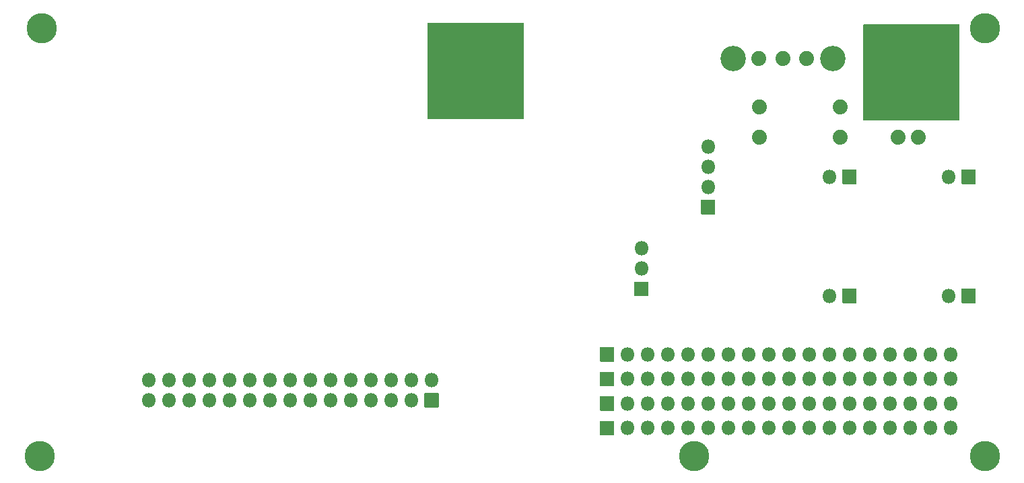
<source format=gbr>
G04 #@! TF.GenerationSoftware,KiCad,Pcbnew,5.99.0-unknown-a61ea1f~89~ubuntu20.04.1*
G04 #@! TF.CreationDate,2020-07-29T14:39:46+09:00*
G04 #@! TF.ProjectId,bGeigieRaku V2,62476569-6769-4655-9261-6b752056322e,rev?*
G04 #@! TF.SameCoordinates,Original*
G04 #@! TF.FileFunction,Soldermask,Bot*
G04 #@! TF.FilePolarity,Negative*
%FSLAX46Y46*%
G04 Gerber Fmt 4.6, Leading zero omitted, Abs format (unit mm)*
G04 Created by KiCad (PCBNEW 5.99.0-unknown-a61ea1f~89~ubuntu20.04.1) date 2020-07-29 14:39:46*
%MOMM*%
%LPD*%
G01*
G04 APERTURE LIST*
%ADD10O,1.802000X1.802000*%
%ADD11C,3.803200*%
%ADD12C,2.845200*%
%ADD13C,1.879600*%
%ADD14C,3.203200*%
G04 APERTURE END LIST*
D10*
X204826000Y-116449000D03*
X202286000Y-116449000D03*
X199746000Y-116449000D03*
X197206000Y-116449000D03*
X194666000Y-116449000D03*
X192126000Y-116449000D03*
X189586000Y-116449000D03*
X187046000Y-116449000D03*
X184506000Y-116449000D03*
X181966000Y-116449000D03*
X179426000Y-116449000D03*
X176886000Y-116449000D03*
X174346000Y-116449000D03*
X171806000Y-116449000D03*
X169266000Y-116449000D03*
X166726000Y-116449000D03*
X164186000Y-116449000D03*
G36*
G01*
X162492940Y-117350000D02*
X160799060Y-117350000D01*
G75*
G02*
X160745000Y-117295940I0J54060D01*
G01*
X160745000Y-115602060D01*
G75*
G02*
X160799060Y-115548000I54060J0D01*
G01*
X162492940Y-115548000D01*
G75*
G02*
X162547000Y-115602060I0J-54060D01*
G01*
X162547000Y-117295940D01*
G75*
G02*
X162492940Y-117350000I-54060J0D01*
G01*
G37*
D11*
X172568000Y-126186000D03*
X90271600Y-126186000D03*
X90525600Y-72338000D03*
X209144000Y-72338000D03*
X209144000Y-126186000D03*
D10*
X189586000Y-105993000D03*
G36*
G01*
X191279060Y-105092000D02*
X192972940Y-105092000D01*
G75*
G02*
X193027000Y-105146060I0J-54060D01*
G01*
X193027000Y-106839940D01*
G75*
G02*
X192972940Y-106894000I-54060J0D01*
G01*
X191279060Y-106894000D01*
G75*
G02*
X191225000Y-106839940I0J54060D01*
G01*
X191225000Y-105146060D01*
G75*
G02*
X191279060Y-105092000I54060J0D01*
G01*
G37*
X204572000Y-105993000D03*
G36*
G01*
X206265060Y-105092000D02*
X207958940Y-105092000D01*
G75*
G02*
X208013000Y-105146060I0J-54060D01*
G01*
X208013000Y-106839940D01*
G75*
G02*
X207958940Y-106894000I-54060J0D01*
G01*
X206265060Y-106894000D01*
G75*
G02*
X206211000Y-106839940I0J54060D01*
G01*
X206211000Y-105146060D01*
G75*
G02*
X206265060Y-105092000I54060J0D01*
G01*
G37*
X204572000Y-91007000D03*
G36*
G01*
X206265060Y-90106000D02*
X207958940Y-90106000D01*
G75*
G02*
X208013000Y-90160060I0J-54060D01*
G01*
X208013000Y-91853940D01*
G75*
G02*
X207958940Y-91908000I-54060J0D01*
G01*
X206265060Y-91908000D01*
G75*
G02*
X206211000Y-91853940I0J54060D01*
G01*
X206211000Y-90160060D01*
G75*
G02*
X206265060Y-90106000I54060J0D01*
G01*
G37*
X189586000Y-91007000D03*
G36*
G01*
X191279060Y-90106000D02*
X192972940Y-90106000D01*
G75*
G02*
X193027000Y-90160060I0J-54060D01*
G01*
X193027000Y-91853940D01*
G75*
G02*
X192972940Y-91908000I-54060J0D01*
G01*
X191279060Y-91908000D01*
G75*
G02*
X191225000Y-91853940I0J54060D01*
G01*
X191225000Y-90160060D01*
G75*
G02*
X191279060Y-90106000I54060J0D01*
G01*
G37*
X104004000Y-116574000D03*
X104004000Y-119114000D03*
X106544000Y-116574000D03*
X106544000Y-119114000D03*
X109084000Y-116574000D03*
X109084000Y-119114000D03*
X111624000Y-116574000D03*
X111624000Y-119114000D03*
X114164000Y-116574000D03*
X114164000Y-119114000D03*
X116704000Y-116574000D03*
X116704000Y-119114000D03*
X119244000Y-116574000D03*
X119244000Y-119114000D03*
X121784000Y-116574000D03*
X121784000Y-119114000D03*
X124324000Y-116574000D03*
X124324000Y-119114000D03*
X126864000Y-116574000D03*
X126864000Y-119114000D03*
X129404000Y-116574000D03*
X129404000Y-119114000D03*
X131944000Y-116574000D03*
X131944000Y-119114000D03*
X134484000Y-116574000D03*
X134484000Y-119114000D03*
X137024000Y-116574000D03*
X137024000Y-119114000D03*
X139564000Y-116574000D03*
G36*
G01*
X140410940Y-120015000D02*
X138717060Y-120015000D01*
G75*
G02*
X138663000Y-119960940I0J54060D01*
G01*
X138663000Y-118267060D01*
G75*
G02*
X138717060Y-118213000I54060J0D01*
G01*
X140410940Y-118213000D01*
G75*
G02*
X140465000Y-118267060I0J-54060D01*
G01*
X140465000Y-119960940D01*
G75*
G02*
X140410940Y-120015000I-54060J0D01*
G01*
G37*
D12*
X196194000Y-75142000D03*
X202942000Y-77682000D03*
X196194000Y-80222000D03*
X148434000Y-80202000D03*
X141686000Y-77662000D03*
X148434000Y-75122000D03*
G36*
G01*
X139063000Y-83661566D02*
X139063000Y-71662434D01*
G75*
G02*
X139114434Y-71611000I51434J0D01*
G01*
X151113566Y-71611000D01*
G75*
G02*
X151165000Y-71662434I0J-51434D01*
G01*
X151165000Y-83661566D01*
G75*
G02*
X151113566Y-83713000I-51434J0D01*
G01*
X139114434Y-83713000D01*
G75*
G02*
X139063000Y-83661566I0J51434D01*
G01*
G37*
G36*
G01*
X205965000Y-71872434D02*
X205965000Y-83871566D01*
G75*
G02*
X205913566Y-83923000I-51434J0D01*
G01*
X193914434Y-83923000D01*
G75*
G02*
X193863000Y-83871566I0J51434D01*
G01*
X193863000Y-71872434D01*
G75*
G02*
X193914434Y-71821000I51434J0D01*
G01*
X205913566Y-71821000D01*
G75*
G02*
X205965000Y-71872434I0J-51434D01*
G01*
G37*
D10*
X204826000Y-113359000D03*
X202286000Y-113359000D03*
X199746000Y-113359000D03*
X197206000Y-113359000D03*
X194666000Y-113359000D03*
X192126000Y-113359000D03*
X189586000Y-113359000D03*
X187046000Y-113359000D03*
X184506000Y-113359000D03*
X181966000Y-113359000D03*
X179426000Y-113359000D03*
X176886000Y-113359000D03*
X174346000Y-113359000D03*
X171806000Y-113359000D03*
X169266000Y-113359000D03*
X166726000Y-113359000D03*
X164186000Y-113359000D03*
G36*
G01*
X162492940Y-114260000D02*
X160799060Y-114260000D01*
G75*
G02*
X160745000Y-114205940I0J54060D01*
G01*
X160745000Y-112512060D01*
G75*
G02*
X160799060Y-112458000I54060J0D01*
G01*
X162492940Y-112458000D01*
G75*
G02*
X162547000Y-112512060I0J-54060D01*
G01*
X162547000Y-114205940D01*
G75*
G02*
X162492940Y-114260000I-54060J0D01*
G01*
G37*
X204826000Y-119540000D03*
X202286000Y-119540000D03*
X199746000Y-119540000D03*
X197206000Y-119540000D03*
X194666000Y-119540000D03*
X192126000Y-119540000D03*
X189586000Y-119540000D03*
X187046000Y-119540000D03*
X184506000Y-119540000D03*
X181966000Y-119540000D03*
X179426000Y-119540000D03*
X176886000Y-119540000D03*
X174346000Y-119540000D03*
X171806000Y-119540000D03*
X169266000Y-119540000D03*
X166726000Y-119540000D03*
X164186000Y-119540000D03*
G36*
G01*
X162492940Y-120441000D02*
X160799060Y-120441000D01*
G75*
G02*
X160745000Y-120386940I0J54060D01*
G01*
X160745000Y-118693060D01*
G75*
G02*
X160799060Y-118639000I54060J0D01*
G01*
X162492940Y-118639000D01*
G75*
G02*
X162547000Y-118693060I0J-54060D01*
G01*
X162547000Y-120386940D01*
G75*
G02*
X162492940Y-120441000I-54060J0D01*
G01*
G37*
X204826000Y-122630000D03*
X202286000Y-122630000D03*
X199746000Y-122630000D03*
X197206000Y-122630000D03*
X194666000Y-122630000D03*
X192126000Y-122630000D03*
X189586000Y-122630000D03*
X187046000Y-122630000D03*
X184506000Y-122630000D03*
X181966000Y-122630000D03*
X179426000Y-122630000D03*
X176886000Y-122630000D03*
X174346000Y-122630000D03*
X171806000Y-122630000D03*
X169266000Y-122630000D03*
X166726000Y-122630000D03*
X164186000Y-122630000D03*
G36*
G01*
X162492940Y-123531000D02*
X160799060Y-123531000D01*
G75*
G02*
X160745000Y-123476940I0J54060D01*
G01*
X160745000Y-121783060D01*
G75*
G02*
X160799060Y-121729000I54060J0D01*
G01*
X162492940Y-121729000D01*
G75*
G02*
X162547000Y-121783060I0J-54060D01*
G01*
X162547000Y-123476940D01*
G75*
G02*
X162492940Y-123531000I-54060J0D01*
G01*
G37*
D13*
X180823000Y-82244000D03*
X190983000Y-82244000D03*
X190983000Y-86054000D03*
X180823000Y-86054000D03*
X200762000Y-86054000D03*
X198222000Y-86054000D03*
X183744000Y-76148000D03*
D14*
X177494000Y-76148000D03*
X189994000Y-76148000D03*
D13*
X186744000Y-76148000D03*
X180744000Y-76148000D03*
D10*
X174346000Y-87197000D03*
X174346000Y-89737000D03*
X174346000Y-92277000D03*
G36*
G01*
X175247000Y-93970060D02*
X175247000Y-95663940D01*
G75*
G02*
X175192940Y-95718000I-54060J0D01*
G01*
X173499060Y-95718000D01*
G75*
G02*
X173445000Y-95663940I0J54060D01*
G01*
X173445000Y-93970060D01*
G75*
G02*
X173499060Y-93916000I54060J0D01*
G01*
X175192940Y-93916000D01*
G75*
G02*
X175247000Y-93970060I0J-54060D01*
G01*
G37*
X165964000Y-100024000D03*
X165964000Y-102564000D03*
G36*
G01*
X165063000Y-105950940D02*
X165063000Y-104257060D01*
G75*
G02*
X165117060Y-104203000I54060J0D01*
G01*
X166810940Y-104203000D01*
G75*
G02*
X166865000Y-104257060I0J-54060D01*
G01*
X166865000Y-105950940D01*
G75*
G02*
X166810940Y-106005000I-54060J0D01*
G01*
X165117060Y-106005000D01*
G75*
G02*
X165063000Y-105950940I0J54060D01*
G01*
G37*
M02*

</source>
